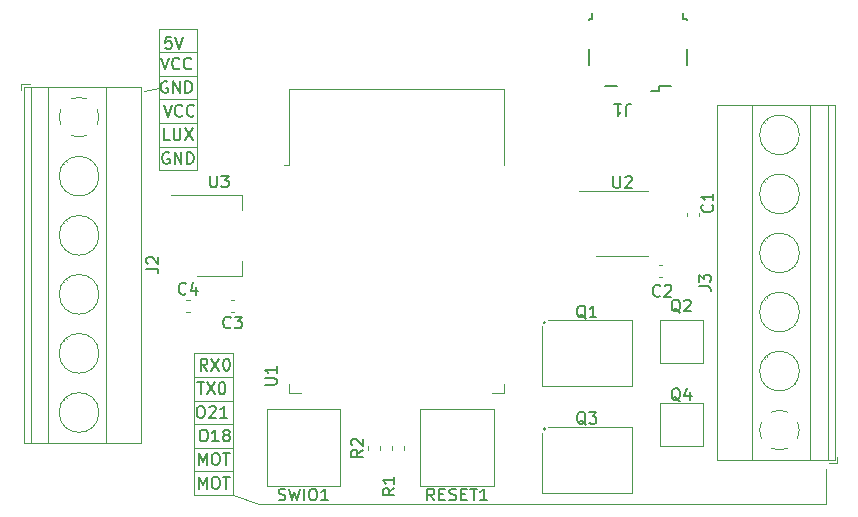
<source format=gbr>
G04 #@! TF.GenerationSoftware,KiCad,Pcbnew,(6.0.9)*
G04 #@! TF.CreationDate,2022-12-21T18:39:15+01:00*
G04 #@! TF.ProjectId,PP,50502e6b-6963-4616-945f-706362585858,rev?*
G04 #@! TF.SameCoordinates,Original*
G04 #@! TF.FileFunction,Legend,Top*
G04 #@! TF.FilePolarity,Positive*
%FSLAX46Y46*%
G04 Gerber Fmt 4.6, Leading zero omitted, Abs format (unit mm)*
G04 Created by KiCad (PCBNEW (6.0.9)) date 2022-12-21 18:39:15*
%MOMM*%
%LPD*%
G01*
G04 APERTURE LIST*
%ADD10C,0.120000*%
%ADD11C,0.150000*%
%ADD12C,0.200000*%
G04 APERTURE END LIST*
D10*
X145250000Y-84750000D02*
X145250000Y-81750000D01*
X97250000Y-84750000D02*
X145250000Y-84750000D01*
X95000000Y-84000000D02*
X97250000Y-84750000D01*
X88750000Y-49500000D02*
X87500000Y-49750000D01*
D11*
X92857142Y-73452380D02*
X92523809Y-72976190D01*
X92285714Y-73452380D02*
X92285714Y-72452380D01*
X92666666Y-72452380D01*
X92761904Y-72500000D01*
X92809523Y-72547619D01*
X92857142Y-72642857D01*
X92857142Y-72785714D01*
X92809523Y-72880952D01*
X92761904Y-72928571D01*
X92666666Y-72976190D01*
X92285714Y-72976190D01*
X93190476Y-72452380D02*
X93857142Y-73452380D01*
X93857142Y-72452380D02*
X93190476Y-73452380D01*
X94428571Y-72452380D02*
X94523809Y-72452380D01*
X94619047Y-72500000D01*
X94666666Y-72547619D01*
X94714285Y-72642857D01*
X94761904Y-72833333D01*
X94761904Y-73071428D01*
X94714285Y-73261904D01*
X94666666Y-73357142D01*
X94619047Y-73404761D01*
X94523809Y-73452380D01*
X94428571Y-73452380D01*
X94333333Y-73404761D01*
X94285714Y-73357142D01*
X94238095Y-73261904D01*
X94190476Y-73071428D01*
X94190476Y-72833333D01*
X94238095Y-72642857D01*
X94285714Y-72547619D01*
X94333333Y-72500000D01*
X94428571Y-72452380D01*
X92011904Y-74452380D02*
X92583333Y-74452380D01*
X92297619Y-75452380D02*
X92297619Y-74452380D01*
X92821428Y-74452380D02*
X93488095Y-75452380D01*
X93488095Y-74452380D02*
X92821428Y-75452380D01*
X94059523Y-74452380D02*
X94154761Y-74452380D01*
X94250000Y-74500000D01*
X94297619Y-74547619D01*
X94345238Y-74642857D01*
X94392857Y-74833333D01*
X94392857Y-75071428D01*
X94345238Y-75261904D01*
X94297619Y-75357142D01*
X94250000Y-75404761D01*
X94154761Y-75452380D01*
X94059523Y-75452380D01*
X93964285Y-75404761D01*
X93916666Y-75357142D01*
X93869047Y-75261904D01*
X93821428Y-75071428D01*
X93821428Y-74833333D01*
X93869047Y-74642857D01*
X93916666Y-74547619D01*
X93964285Y-74500000D01*
X94059523Y-74452380D01*
X92452380Y-78452380D02*
X92642857Y-78452380D01*
X92738095Y-78500000D01*
X92833333Y-78595238D01*
X92880952Y-78785714D01*
X92880952Y-79119047D01*
X92833333Y-79309523D01*
X92738095Y-79404761D01*
X92642857Y-79452380D01*
X92452380Y-79452380D01*
X92357142Y-79404761D01*
X92261904Y-79309523D01*
X92214285Y-79119047D01*
X92214285Y-78785714D01*
X92261904Y-78595238D01*
X92357142Y-78500000D01*
X92452380Y-78452380D01*
X93833333Y-79452380D02*
X93261904Y-79452380D01*
X93547619Y-79452380D02*
X93547619Y-78452380D01*
X93452380Y-78595238D01*
X93357142Y-78690476D01*
X93261904Y-78738095D01*
X94404761Y-78880952D02*
X94309523Y-78833333D01*
X94261904Y-78785714D01*
X94214285Y-78690476D01*
X94214285Y-78642857D01*
X94261904Y-78547619D01*
X94309523Y-78500000D01*
X94404761Y-78452380D01*
X94595238Y-78452380D01*
X94690476Y-78500000D01*
X94738095Y-78547619D01*
X94785714Y-78642857D01*
X94785714Y-78690476D01*
X94738095Y-78785714D01*
X94690476Y-78833333D01*
X94595238Y-78880952D01*
X94404761Y-78880952D01*
X94309523Y-78928571D01*
X94261904Y-78976190D01*
X94214285Y-79071428D01*
X94214285Y-79261904D01*
X94261904Y-79357142D01*
X94309523Y-79404761D01*
X94404761Y-79452380D01*
X94595238Y-79452380D01*
X94690476Y-79404761D01*
X94738095Y-79357142D01*
X94785714Y-79261904D01*
X94785714Y-79071428D01*
X94738095Y-78976190D01*
X94690476Y-78928571D01*
X94595238Y-78880952D01*
X92136904Y-83452380D02*
X92136904Y-82452380D01*
X92470238Y-83166666D01*
X92803571Y-82452380D01*
X92803571Y-83452380D01*
X93470238Y-82452380D02*
X93660714Y-82452380D01*
X93755952Y-82500000D01*
X93851190Y-82595238D01*
X93898809Y-82785714D01*
X93898809Y-83119047D01*
X93851190Y-83309523D01*
X93755952Y-83404761D01*
X93660714Y-83452380D01*
X93470238Y-83452380D01*
X93375000Y-83404761D01*
X93279761Y-83309523D01*
X93232142Y-83119047D01*
X93232142Y-82785714D01*
X93279761Y-82595238D01*
X93375000Y-82500000D01*
X93470238Y-82452380D01*
X94184523Y-82452380D02*
X94755952Y-82452380D01*
X94470238Y-83452380D02*
X94470238Y-82452380D01*
X92202380Y-76452380D02*
X92392857Y-76452380D01*
X92488095Y-76500000D01*
X92583333Y-76595238D01*
X92630952Y-76785714D01*
X92630952Y-77119047D01*
X92583333Y-77309523D01*
X92488095Y-77404761D01*
X92392857Y-77452380D01*
X92202380Y-77452380D01*
X92107142Y-77404761D01*
X92011904Y-77309523D01*
X91964285Y-77119047D01*
X91964285Y-76785714D01*
X92011904Y-76595238D01*
X92107142Y-76500000D01*
X92202380Y-76452380D01*
X93011904Y-76547619D02*
X93059523Y-76500000D01*
X93154761Y-76452380D01*
X93392857Y-76452380D01*
X93488095Y-76500000D01*
X93535714Y-76547619D01*
X93583333Y-76642857D01*
X93583333Y-76738095D01*
X93535714Y-76880952D01*
X92964285Y-77452380D01*
X93583333Y-77452380D01*
X94535714Y-77452380D02*
X93964285Y-77452380D01*
X94250000Y-77452380D02*
X94250000Y-76452380D01*
X94154761Y-76595238D01*
X94059523Y-76690476D01*
X93964285Y-76738095D01*
X92136904Y-81452380D02*
X92136904Y-80452380D01*
X92470238Y-81166666D01*
X92803571Y-80452380D01*
X92803571Y-81452380D01*
X93470238Y-80452380D02*
X93660714Y-80452380D01*
X93755952Y-80500000D01*
X93851190Y-80595238D01*
X93898809Y-80785714D01*
X93898809Y-81119047D01*
X93851190Y-81309523D01*
X93755952Y-81404761D01*
X93660714Y-81452380D01*
X93470238Y-81452380D01*
X93375000Y-81404761D01*
X93279761Y-81309523D01*
X93232142Y-81119047D01*
X93232142Y-80785714D01*
X93279761Y-80595238D01*
X93375000Y-80500000D01*
X93470238Y-80452380D01*
X94184523Y-80452380D02*
X94755952Y-80452380D01*
X94470238Y-81452380D02*
X94470238Y-80452380D01*
D10*
X91750000Y-74000000D02*
X95000000Y-74000000D01*
X95000000Y-74000000D02*
X95000000Y-76000000D01*
X95000000Y-76000000D02*
X91750000Y-76000000D01*
X91750000Y-76000000D02*
X91750000Y-74000000D01*
X91750000Y-82000000D02*
X95000000Y-82000000D01*
X95000000Y-82000000D02*
X95000000Y-84000000D01*
X95000000Y-84000000D02*
X91750000Y-84000000D01*
X91750000Y-84000000D02*
X91750000Y-82000000D01*
X91750000Y-76000000D02*
X95000000Y-76000000D01*
X95000000Y-76000000D02*
X95000000Y-78000000D01*
X95000000Y-78000000D02*
X91750000Y-78000000D01*
X91750000Y-78000000D02*
X91750000Y-76000000D01*
X91750000Y-78000000D02*
X95000000Y-78000000D01*
X95000000Y-78000000D02*
X95000000Y-80000000D01*
X95000000Y-80000000D02*
X91750000Y-80000000D01*
X91750000Y-80000000D02*
X91750000Y-78000000D01*
X91750000Y-80000000D02*
X95000000Y-80000000D01*
X95000000Y-80000000D02*
X95000000Y-82000000D01*
X95000000Y-82000000D02*
X91750000Y-82000000D01*
X91750000Y-82000000D02*
X91750000Y-80000000D01*
X91750000Y-72000000D02*
X95000000Y-72000000D01*
X95000000Y-72000000D02*
X95000000Y-74000000D01*
X95000000Y-74000000D02*
X91750000Y-74000000D01*
X91750000Y-74000000D02*
X91750000Y-72000000D01*
X88750000Y-54500000D02*
X92000000Y-54500000D01*
X92000000Y-54500000D02*
X92000000Y-56500000D01*
X92000000Y-56500000D02*
X88750000Y-56500000D01*
X88750000Y-56500000D02*
X88750000Y-54500000D01*
X88750000Y-52500000D02*
X92000000Y-52500000D01*
X92000000Y-52500000D02*
X92000000Y-54500000D01*
X92000000Y-54500000D02*
X88750000Y-54500000D01*
X88750000Y-54500000D02*
X88750000Y-52500000D01*
X88750000Y-50500000D02*
X92000000Y-50500000D01*
X92000000Y-50500000D02*
X92000000Y-52500000D01*
X92000000Y-52500000D02*
X88750000Y-52500000D01*
X88750000Y-52500000D02*
X88750000Y-50500000D01*
X88750000Y-48500000D02*
X92000000Y-48500000D01*
X92000000Y-48500000D02*
X92000000Y-50500000D01*
X92000000Y-50500000D02*
X88750000Y-50500000D01*
X88750000Y-50500000D02*
X88750000Y-48500000D01*
X88750000Y-46500000D02*
X92000000Y-46500000D01*
X92000000Y-46500000D02*
X92000000Y-48500000D01*
X92000000Y-48500000D02*
X88750000Y-48500000D01*
X88750000Y-48500000D02*
X88750000Y-46500000D01*
X88750000Y-44500000D02*
X92000000Y-44500000D01*
X92000000Y-44500000D02*
X92000000Y-46500000D01*
X92000000Y-46500000D02*
X88750000Y-46500000D01*
X88750000Y-46500000D02*
X88750000Y-44500000D01*
D11*
X89613095Y-55000000D02*
X89517857Y-54952380D01*
X89375000Y-54952380D01*
X89232142Y-55000000D01*
X89136904Y-55095238D01*
X89089285Y-55190476D01*
X89041666Y-55380952D01*
X89041666Y-55523809D01*
X89089285Y-55714285D01*
X89136904Y-55809523D01*
X89232142Y-55904761D01*
X89375000Y-55952380D01*
X89470238Y-55952380D01*
X89613095Y-55904761D01*
X89660714Y-55857142D01*
X89660714Y-55523809D01*
X89470238Y-55523809D01*
X90089285Y-55952380D02*
X90089285Y-54952380D01*
X90660714Y-55952380D01*
X90660714Y-54952380D01*
X91136904Y-55952380D02*
X91136904Y-54952380D01*
X91375000Y-54952380D01*
X91517857Y-55000000D01*
X91613095Y-55095238D01*
X91660714Y-55190476D01*
X91708333Y-55380952D01*
X91708333Y-55523809D01*
X91660714Y-55714285D01*
X91613095Y-55809523D01*
X91517857Y-55904761D01*
X91375000Y-55952380D01*
X91136904Y-55952380D01*
X89684523Y-53952380D02*
X89208333Y-53952380D01*
X89208333Y-52952380D01*
X90017857Y-52952380D02*
X90017857Y-53761904D01*
X90065476Y-53857142D01*
X90113095Y-53904761D01*
X90208333Y-53952380D01*
X90398809Y-53952380D01*
X90494047Y-53904761D01*
X90541666Y-53857142D01*
X90589285Y-53761904D01*
X90589285Y-52952380D01*
X90970238Y-52952380D02*
X91636904Y-53952380D01*
X91636904Y-52952380D02*
X90970238Y-53952380D01*
X89166666Y-50952380D02*
X89500000Y-51952380D01*
X89833333Y-50952380D01*
X90738095Y-51857142D02*
X90690476Y-51904761D01*
X90547619Y-51952380D01*
X90452380Y-51952380D01*
X90309523Y-51904761D01*
X90214285Y-51809523D01*
X90166666Y-51714285D01*
X90119047Y-51523809D01*
X90119047Y-51380952D01*
X90166666Y-51190476D01*
X90214285Y-51095238D01*
X90309523Y-51000000D01*
X90452380Y-50952380D01*
X90547619Y-50952380D01*
X90690476Y-51000000D01*
X90738095Y-51047619D01*
X91738095Y-51857142D02*
X91690476Y-51904761D01*
X91547619Y-51952380D01*
X91452380Y-51952380D01*
X91309523Y-51904761D01*
X91214285Y-51809523D01*
X91166666Y-51714285D01*
X91119047Y-51523809D01*
X91119047Y-51380952D01*
X91166666Y-51190476D01*
X91214285Y-51095238D01*
X91309523Y-51000000D01*
X91452380Y-50952380D01*
X91547619Y-50952380D01*
X91690476Y-51000000D01*
X91738095Y-51047619D01*
X89488095Y-49000000D02*
X89392857Y-48952380D01*
X89250000Y-48952380D01*
X89107142Y-49000000D01*
X89011904Y-49095238D01*
X88964285Y-49190476D01*
X88916666Y-49380952D01*
X88916666Y-49523809D01*
X88964285Y-49714285D01*
X89011904Y-49809523D01*
X89107142Y-49904761D01*
X89250000Y-49952380D01*
X89345238Y-49952380D01*
X89488095Y-49904761D01*
X89535714Y-49857142D01*
X89535714Y-49523809D01*
X89345238Y-49523809D01*
X89964285Y-49952380D02*
X89964285Y-48952380D01*
X90535714Y-49952380D01*
X90535714Y-48952380D01*
X91011904Y-49952380D02*
X91011904Y-48952380D01*
X91250000Y-48952380D01*
X91392857Y-49000000D01*
X91488095Y-49095238D01*
X91535714Y-49190476D01*
X91583333Y-49380952D01*
X91583333Y-49523809D01*
X91535714Y-49714285D01*
X91488095Y-49809523D01*
X91392857Y-49904761D01*
X91250000Y-49952380D01*
X91011904Y-49952380D01*
X88916666Y-46952380D02*
X89250000Y-47952380D01*
X89583333Y-46952380D01*
X90488095Y-47857142D02*
X90440476Y-47904761D01*
X90297619Y-47952380D01*
X90202380Y-47952380D01*
X90059523Y-47904761D01*
X89964285Y-47809523D01*
X89916666Y-47714285D01*
X89869047Y-47523809D01*
X89869047Y-47380952D01*
X89916666Y-47190476D01*
X89964285Y-47095238D01*
X90059523Y-47000000D01*
X90202380Y-46952380D01*
X90297619Y-46952380D01*
X90440476Y-47000000D01*
X90488095Y-47047619D01*
X91488095Y-47857142D02*
X91440476Y-47904761D01*
X91297619Y-47952380D01*
X91202380Y-47952380D01*
X91059523Y-47904761D01*
X90964285Y-47809523D01*
X90916666Y-47714285D01*
X90869047Y-47523809D01*
X90869047Y-47380952D01*
X90916666Y-47190476D01*
X90964285Y-47095238D01*
X91059523Y-47000000D01*
X91202380Y-46952380D01*
X91297619Y-46952380D01*
X91440476Y-47000000D01*
X91488095Y-47047619D01*
X89809523Y-45202380D02*
X89333333Y-45202380D01*
X89285714Y-45678571D01*
X89333333Y-45630952D01*
X89428571Y-45583333D01*
X89666666Y-45583333D01*
X89761904Y-45630952D01*
X89809523Y-45678571D01*
X89857142Y-45773809D01*
X89857142Y-46011904D01*
X89809523Y-46107142D01*
X89761904Y-46154761D01*
X89666666Y-46202380D01*
X89428571Y-46202380D01*
X89333333Y-46154761D01*
X89285714Y-46107142D01*
X90142857Y-45202380D02*
X90476190Y-46202380D01*
X90809523Y-45202380D01*
X93088095Y-56952380D02*
X93088095Y-57761904D01*
X93135714Y-57857142D01*
X93183333Y-57904761D01*
X93278571Y-57952380D01*
X93469047Y-57952380D01*
X93564285Y-57904761D01*
X93611904Y-57857142D01*
X93659523Y-57761904D01*
X93659523Y-56952380D01*
X94040476Y-56952380D02*
X94659523Y-56952380D01*
X94326190Y-57333333D01*
X94469047Y-57333333D01*
X94564285Y-57380952D01*
X94611904Y-57428571D01*
X94659523Y-57523809D01*
X94659523Y-57761904D01*
X94611904Y-57857142D01*
X94564285Y-57904761D01*
X94469047Y-57952380D01*
X94183333Y-57952380D01*
X94088095Y-57904761D01*
X94040476Y-57857142D01*
X127238095Y-57002380D02*
X127238095Y-57811904D01*
X127285714Y-57907142D01*
X127333333Y-57954761D01*
X127428571Y-58002380D01*
X127619047Y-58002380D01*
X127714285Y-57954761D01*
X127761904Y-57907142D01*
X127809523Y-57811904D01*
X127809523Y-57002380D01*
X128238095Y-57097619D02*
X128285714Y-57050000D01*
X128380952Y-57002380D01*
X128619047Y-57002380D01*
X128714285Y-57050000D01*
X128761904Y-57097619D01*
X128809523Y-57192857D01*
X128809523Y-57288095D01*
X128761904Y-57430952D01*
X128190476Y-58002380D01*
X128809523Y-58002380D01*
X132904761Y-76047619D02*
X132809523Y-76000000D01*
X132714285Y-75904761D01*
X132571428Y-75761904D01*
X132476190Y-75714285D01*
X132380952Y-75714285D01*
X132428571Y-75952380D02*
X132333333Y-75904761D01*
X132238095Y-75809523D01*
X132190476Y-75619047D01*
X132190476Y-75285714D01*
X132238095Y-75095238D01*
X132333333Y-75000000D01*
X132428571Y-74952380D01*
X132619047Y-74952380D01*
X132714285Y-75000000D01*
X132809523Y-75095238D01*
X132857142Y-75285714D01*
X132857142Y-75619047D01*
X132809523Y-75809523D01*
X132714285Y-75904761D01*
X132619047Y-75952380D01*
X132428571Y-75952380D01*
X133714285Y-75285714D02*
X133714285Y-75952380D01*
X133476190Y-74904761D02*
X133238095Y-75619047D01*
X133857142Y-75619047D01*
X124904761Y-78047619D02*
X124809523Y-78000000D01*
X124714285Y-77904761D01*
X124571428Y-77761904D01*
X124476190Y-77714285D01*
X124380952Y-77714285D01*
X124428571Y-77952380D02*
X124333333Y-77904761D01*
X124238095Y-77809523D01*
X124190476Y-77619047D01*
X124190476Y-77285714D01*
X124238095Y-77095238D01*
X124333333Y-77000000D01*
X124428571Y-76952380D01*
X124619047Y-76952380D01*
X124714285Y-77000000D01*
X124809523Y-77095238D01*
X124857142Y-77285714D01*
X124857142Y-77619047D01*
X124809523Y-77809523D01*
X124714285Y-77904761D01*
X124619047Y-77952380D01*
X124428571Y-77952380D01*
X125190476Y-76952380D02*
X125809523Y-76952380D01*
X125476190Y-77333333D01*
X125619047Y-77333333D01*
X125714285Y-77380952D01*
X125761904Y-77428571D01*
X125809523Y-77523809D01*
X125809523Y-77761904D01*
X125761904Y-77857142D01*
X125714285Y-77904761D01*
X125619047Y-77952380D01*
X125333333Y-77952380D01*
X125238095Y-77904761D01*
X125190476Y-77857142D01*
X132904761Y-68547619D02*
X132809523Y-68500000D01*
X132714285Y-68404761D01*
X132571428Y-68261904D01*
X132476190Y-68214285D01*
X132380952Y-68214285D01*
X132428571Y-68452380D02*
X132333333Y-68404761D01*
X132238095Y-68309523D01*
X132190476Y-68119047D01*
X132190476Y-67785714D01*
X132238095Y-67595238D01*
X132333333Y-67500000D01*
X132428571Y-67452380D01*
X132619047Y-67452380D01*
X132714285Y-67500000D01*
X132809523Y-67595238D01*
X132857142Y-67785714D01*
X132857142Y-68119047D01*
X132809523Y-68309523D01*
X132714285Y-68404761D01*
X132619047Y-68452380D01*
X132428571Y-68452380D01*
X133238095Y-67547619D02*
X133285714Y-67500000D01*
X133380952Y-67452380D01*
X133619047Y-67452380D01*
X133714285Y-67500000D01*
X133761904Y-67547619D01*
X133809523Y-67642857D01*
X133809523Y-67738095D01*
X133761904Y-67880952D01*
X133190476Y-68452380D01*
X133809523Y-68452380D01*
X124904761Y-69047619D02*
X124809523Y-69000000D01*
X124714285Y-68904761D01*
X124571428Y-68761904D01*
X124476190Y-68714285D01*
X124380952Y-68714285D01*
X124428571Y-68952380D02*
X124333333Y-68904761D01*
X124238095Y-68809523D01*
X124190476Y-68619047D01*
X124190476Y-68285714D01*
X124238095Y-68095238D01*
X124333333Y-68000000D01*
X124428571Y-67952380D01*
X124619047Y-67952380D01*
X124714285Y-68000000D01*
X124809523Y-68095238D01*
X124857142Y-68285714D01*
X124857142Y-68619047D01*
X124809523Y-68809523D01*
X124714285Y-68904761D01*
X124619047Y-68952380D01*
X124428571Y-68952380D01*
X125809523Y-68952380D02*
X125238095Y-68952380D01*
X125523809Y-68952380D02*
X125523809Y-67952380D01*
X125428571Y-68095238D01*
X125333333Y-68190476D01*
X125238095Y-68238095D01*
X128333333Y-51867619D02*
X128333333Y-51153333D01*
X128380952Y-51010476D01*
X128476190Y-50915238D01*
X128619047Y-50867619D01*
X128714285Y-50867619D01*
X127333333Y-50867619D02*
X127904761Y-50867619D01*
X127619047Y-50867619D02*
X127619047Y-51867619D01*
X127714285Y-51724761D01*
X127809523Y-51629523D01*
X127904761Y-51581904D01*
X91058333Y-66927142D02*
X91010714Y-66974761D01*
X90867857Y-67022380D01*
X90772619Y-67022380D01*
X90629761Y-66974761D01*
X90534523Y-66879523D01*
X90486904Y-66784285D01*
X90439285Y-66593809D01*
X90439285Y-66450952D01*
X90486904Y-66260476D01*
X90534523Y-66165238D01*
X90629761Y-66070000D01*
X90772619Y-66022380D01*
X90867857Y-66022380D01*
X91010714Y-66070000D01*
X91058333Y-66117619D01*
X91915476Y-66355714D02*
X91915476Y-67022380D01*
X91677380Y-65974761D02*
X91439285Y-66689047D01*
X92058333Y-66689047D01*
X131198913Y-67107142D02*
X131151294Y-67154761D01*
X131008437Y-67202380D01*
X130913199Y-67202380D01*
X130770341Y-67154761D01*
X130675103Y-67059523D01*
X130627484Y-66964285D01*
X130579865Y-66773809D01*
X130579865Y-66630952D01*
X130627484Y-66440476D01*
X130675103Y-66345238D01*
X130770341Y-66250000D01*
X130913199Y-66202380D01*
X131008437Y-66202380D01*
X131151294Y-66250000D01*
X131198913Y-66297619D01*
X131579865Y-66297619D02*
X131627484Y-66250000D01*
X131722722Y-66202380D01*
X131960818Y-66202380D01*
X132056056Y-66250000D01*
X132103675Y-66297619D01*
X132151294Y-66392857D01*
X132151294Y-66488095D01*
X132103675Y-66630952D01*
X131532246Y-67202380D01*
X132151294Y-67202380D01*
X134497380Y-66333333D02*
X135211666Y-66333333D01*
X135354523Y-66380952D01*
X135449761Y-66476190D01*
X135497380Y-66619047D01*
X135497380Y-66714285D01*
X134497380Y-65952380D02*
X134497380Y-65333333D01*
X134878333Y-65666666D01*
X134878333Y-65523809D01*
X134925952Y-65428571D01*
X134973571Y-65380952D01*
X135068809Y-65333333D01*
X135306904Y-65333333D01*
X135402142Y-65380952D01*
X135449761Y-65428571D01*
X135497380Y-65523809D01*
X135497380Y-65809523D01*
X135449761Y-65904761D01*
X135402142Y-65952380D01*
X87712380Y-64833333D02*
X88426666Y-64833333D01*
X88569523Y-64880952D01*
X88664761Y-64976190D01*
X88712380Y-65119047D01*
X88712380Y-65214285D01*
X87807619Y-64404761D02*
X87760000Y-64357142D01*
X87712380Y-64261904D01*
X87712380Y-64023809D01*
X87760000Y-63928571D01*
X87807619Y-63880952D01*
X87902857Y-63833333D01*
X87998095Y-63833333D01*
X88140952Y-63880952D01*
X88712380Y-64452380D01*
X88712380Y-63833333D01*
X98904761Y-84404761D02*
X99047619Y-84452380D01*
X99285714Y-84452380D01*
X99380952Y-84404761D01*
X99428571Y-84357142D01*
X99476190Y-84261904D01*
X99476190Y-84166666D01*
X99428571Y-84071428D01*
X99380952Y-84023809D01*
X99285714Y-83976190D01*
X99095238Y-83928571D01*
X99000000Y-83880952D01*
X98952380Y-83833333D01*
X98904761Y-83738095D01*
X98904761Y-83642857D01*
X98952380Y-83547619D01*
X99000000Y-83500000D01*
X99095238Y-83452380D01*
X99333333Y-83452380D01*
X99476190Y-83500000D01*
X99809523Y-83452380D02*
X100047619Y-84452380D01*
X100238095Y-83738095D01*
X100428571Y-84452380D01*
X100666666Y-83452380D01*
X101047619Y-84452380D02*
X101047619Y-83452380D01*
X101714285Y-83452380D02*
X101904761Y-83452380D01*
X102000000Y-83500000D01*
X102095238Y-83595238D01*
X102142857Y-83785714D01*
X102142857Y-84119047D01*
X102095238Y-84309523D01*
X102000000Y-84404761D01*
X101904761Y-84452380D01*
X101714285Y-84452380D01*
X101619047Y-84404761D01*
X101523809Y-84309523D01*
X101476190Y-84119047D01*
X101476190Y-83785714D01*
X101523809Y-83595238D01*
X101619047Y-83500000D01*
X101714285Y-83452380D01*
X103095238Y-84452380D02*
X102523809Y-84452380D01*
X102809523Y-84452380D02*
X102809523Y-83452380D01*
X102714285Y-83595238D01*
X102619047Y-83690476D01*
X102523809Y-83738095D01*
X94833333Y-69787142D02*
X94785714Y-69834761D01*
X94642857Y-69882380D01*
X94547619Y-69882380D01*
X94404761Y-69834761D01*
X94309523Y-69739523D01*
X94261904Y-69644285D01*
X94214285Y-69453809D01*
X94214285Y-69310952D01*
X94261904Y-69120476D01*
X94309523Y-69025238D01*
X94404761Y-68930000D01*
X94547619Y-68882380D01*
X94642857Y-68882380D01*
X94785714Y-68930000D01*
X94833333Y-68977619D01*
X95166666Y-68882380D02*
X95785714Y-68882380D01*
X95452380Y-69263333D01*
X95595238Y-69263333D01*
X95690476Y-69310952D01*
X95738095Y-69358571D01*
X95785714Y-69453809D01*
X95785714Y-69691904D01*
X95738095Y-69787142D01*
X95690476Y-69834761D01*
X95595238Y-69882380D01*
X95309523Y-69882380D01*
X95214285Y-69834761D01*
X95166666Y-69787142D01*
X108702380Y-83416666D02*
X108226190Y-83750000D01*
X108702380Y-83988095D02*
X107702380Y-83988095D01*
X107702380Y-83607142D01*
X107750000Y-83511904D01*
X107797619Y-83464285D01*
X107892857Y-83416666D01*
X108035714Y-83416666D01*
X108130952Y-83464285D01*
X108178571Y-83511904D01*
X108226190Y-83607142D01*
X108226190Y-83988095D01*
X108702380Y-82464285D02*
X108702380Y-83035714D01*
X108702380Y-82750000D02*
X107702380Y-82750000D01*
X107845238Y-82845238D01*
X107940476Y-82940476D01*
X107988095Y-83035714D01*
X106022380Y-80166666D02*
X105546190Y-80500000D01*
X106022380Y-80738095D02*
X105022380Y-80738095D01*
X105022380Y-80357142D01*
X105070000Y-80261904D01*
X105117619Y-80214285D01*
X105212857Y-80166666D01*
X105355714Y-80166666D01*
X105450952Y-80214285D01*
X105498571Y-80261904D01*
X105546190Y-80357142D01*
X105546190Y-80738095D01*
X105117619Y-79785714D02*
X105070000Y-79738095D01*
X105022380Y-79642857D01*
X105022380Y-79404761D01*
X105070000Y-79309523D01*
X105117619Y-79261904D01*
X105212857Y-79214285D01*
X105308095Y-79214285D01*
X105450952Y-79261904D01*
X106022380Y-79833333D01*
X106022380Y-79214285D01*
X135607142Y-59416666D02*
X135654761Y-59464285D01*
X135702380Y-59607142D01*
X135702380Y-59702380D01*
X135654761Y-59845238D01*
X135559523Y-59940476D01*
X135464285Y-59988095D01*
X135273809Y-60035714D01*
X135130952Y-60035714D01*
X134940476Y-59988095D01*
X134845238Y-59940476D01*
X134750000Y-59845238D01*
X134702380Y-59702380D01*
X134702380Y-59607142D01*
X134750000Y-59464285D01*
X134797619Y-59416666D01*
X135702380Y-58464285D02*
X135702380Y-59035714D01*
X135702380Y-58750000D02*
X134702380Y-58750000D01*
X134845238Y-58845238D01*
X134940476Y-58940476D01*
X134988095Y-59035714D01*
X112071428Y-84452380D02*
X111738095Y-83976190D01*
X111500000Y-84452380D02*
X111500000Y-83452380D01*
X111880952Y-83452380D01*
X111976190Y-83500000D01*
X112023809Y-83547619D01*
X112071428Y-83642857D01*
X112071428Y-83785714D01*
X112023809Y-83880952D01*
X111976190Y-83928571D01*
X111880952Y-83976190D01*
X111500000Y-83976190D01*
X112500000Y-83928571D02*
X112833333Y-83928571D01*
X112976190Y-84452380D02*
X112500000Y-84452380D01*
X112500000Y-83452380D01*
X112976190Y-83452380D01*
X113357142Y-84404761D02*
X113500000Y-84452380D01*
X113738095Y-84452380D01*
X113833333Y-84404761D01*
X113880952Y-84357142D01*
X113928571Y-84261904D01*
X113928571Y-84166666D01*
X113880952Y-84071428D01*
X113833333Y-84023809D01*
X113738095Y-83976190D01*
X113547619Y-83928571D01*
X113452380Y-83880952D01*
X113404761Y-83833333D01*
X113357142Y-83738095D01*
X113357142Y-83642857D01*
X113404761Y-83547619D01*
X113452380Y-83500000D01*
X113547619Y-83452380D01*
X113785714Y-83452380D01*
X113928571Y-83500000D01*
X114357142Y-83928571D02*
X114690476Y-83928571D01*
X114833333Y-84452380D02*
X114357142Y-84452380D01*
X114357142Y-83452380D01*
X114833333Y-83452380D01*
X115119047Y-83452380D02*
X115690476Y-83452380D01*
X115404761Y-84452380D02*
X115404761Y-83452380D01*
X116547619Y-84452380D02*
X115976190Y-84452380D01*
X116261904Y-84452380D02*
X116261904Y-83452380D01*
X116166666Y-83595238D01*
X116071428Y-83690476D01*
X115976190Y-83738095D01*
X97727380Y-74671904D02*
X98536904Y-74671904D01*
X98632142Y-74624285D01*
X98679761Y-74576666D01*
X98727380Y-74481428D01*
X98727380Y-74290952D01*
X98679761Y-74195714D01*
X98632142Y-74148095D01*
X98536904Y-74100476D01*
X97727380Y-74100476D01*
X98727380Y-73100476D02*
X98727380Y-73671904D01*
X98727380Y-73386190D02*
X97727380Y-73386190D01*
X97870238Y-73481428D01*
X97965476Y-73576666D01*
X98013095Y-73671904D01*
D10*
X89750000Y-58590000D02*
X95760000Y-58590000D01*
X92000000Y-65410000D02*
X95760000Y-65410000D01*
X95760000Y-65410000D02*
X95760000Y-64150000D01*
X95760000Y-58590000D02*
X95760000Y-59850000D01*
X128000000Y-63760000D02*
X125800000Y-63760000D01*
X128000000Y-58240000D02*
X130200000Y-58240000D01*
X128000000Y-63760000D02*
X130200000Y-63760000D01*
X128000000Y-58240000D02*
X124350000Y-58240000D01*
X131200000Y-79800000D02*
X134800000Y-79800000D01*
X131200000Y-76200000D02*
X131200000Y-79800000D01*
X134800000Y-79800000D02*
X134800000Y-76200000D01*
X134800000Y-76200000D02*
X131200000Y-76200000D01*
X121200000Y-83800000D02*
X128800000Y-83800000D01*
X128800000Y-78200000D02*
X121700000Y-78200000D01*
X121200000Y-78700000D02*
X121200000Y-83800000D01*
X128800000Y-83800000D02*
X128800000Y-78200000D01*
D12*
X121463500Y-78400000D02*
G75*
G03*
X121463500Y-78400000I-63500J0D01*
G01*
D10*
X131200000Y-72800000D02*
X134800000Y-72800000D01*
X131200000Y-69200000D02*
X131200000Y-72800000D01*
X134800000Y-72800000D02*
X134800000Y-69200000D01*
X134800000Y-69200000D02*
X131200000Y-69200000D01*
X121200000Y-74800000D02*
X128800000Y-74800000D01*
X128800000Y-69200000D02*
X121700000Y-69200000D01*
X121200000Y-69700000D02*
X121200000Y-74800000D01*
X128800000Y-74800000D02*
X128800000Y-69200000D01*
D12*
X121463500Y-69400000D02*
G75*
G03*
X121463500Y-69400000I-63500J0D01*
G01*
D11*
X125160000Y-43650000D02*
X125160000Y-43800000D01*
X133460000Y-43800000D02*
X133460000Y-43650000D01*
X131110000Y-49350000D02*
X132110000Y-49350000D01*
X133460000Y-47600000D02*
X133460000Y-46200000D01*
X125460000Y-43650000D02*
X125160000Y-43650000D01*
X133160000Y-43650000D02*
X133160000Y-43200000D01*
X125460000Y-43200000D02*
X125460000Y-43650000D01*
X133460000Y-43650000D02*
X133160000Y-43650000D01*
X131110000Y-49775000D02*
X131110000Y-49350000D01*
X125160000Y-46200000D02*
X125160000Y-47600000D01*
X130385000Y-49775000D02*
X131110000Y-49775000D01*
X127510000Y-49350000D02*
X126510000Y-49350000D01*
D10*
X91084420Y-68510000D02*
X91365580Y-68510000D01*
X91084420Y-67490000D02*
X91365580Y-67490000D01*
X131084420Y-65510000D02*
X131365580Y-65510000D01*
X131084420Y-64490000D02*
X131365580Y-64490000D01*
X142985000Y-53500000D02*
G75*
G03*
X142985000Y-53500000I-1680000J0D01*
G01*
X142985000Y-58500000D02*
G75*
G03*
X142985000Y-58500000I-1680000J0D01*
G01*
X142985000Y-63500000D02*
G75*
G03*
X142985000Y-63500000I-1680000J0D01*
G01*
X142985000Y-68500000D02*
G75*
G03*
X142985000Y-68500000I-1680000J0D01*
G01*
X142985000Y-73500000D02*
G75*
G03*
X142985000Y-73500000I-1680000J0D01*
G01*
X141989000Y-76964999D02*
G75*
G03*
X140621958Y-76964573I-684000J-1535001D01*
G01*
X142840000Y-79184000D02*
G75*
G03*
X142985253Y-78471195I-1535001J683999D01*
G01*
X142985000Y-78500000D02*
G75*
G03*
X142839756Y-77816682I-1680000J0D01*
G01*
X140621000Y-80035000D02*
G75*
G03*
X141988042Y-80035427I684001J1534993D01*
G01*
X139770000Y-77816000D02*
G75*
G03*
X139769573Y-79183042I1534993J-684001D01*
G01*
X140236000Y-67225000D02*
X140282000Y-67272000D01*
X140236000Y-57225000D02*
X140282000Y-57272000D01*
X140030000Y-62430000D02*
X140066000Y-62465000D01*
X143905000Y-81060000D02*
X143905000Y-50940000D01*
X142544000Y-74534000D02*
X142579000Y-74569000D01*
X142328000Y-64727000D02*
X142374000Y-64774000D01*
X136044000Y-81060000D02*
X136044000Y-50940000D01*
X145465000Y-81300000D02*
X146205000Y-81300000D01*
X136044000Y-50940000D02*
X145965000Y-50940000D01*
X142328000Y-74727000D02*
X142374000Y-74774000D01*
X142328000Y-69727000D02*
X142374000Y-69774000D01*
X140030000Y-72430000D02*
X140066000Y-72465000D01*
X139004000Y-81060000D02*
X139004000Y-50940000D01*
X142544000Y-54534000D02*
X142579000Y-54569000D01*
X140030000Y-67430000D02*
X140066000Y-67465000D01*
X140236000Y-62225000D02*
X140282000Y-62272000D01*
X140030000Y-52430000D02*
X140066000Y-52465000D01*
X140030000Y-57430000D02*
X140066000Y-57465000D01*
X142544000Y-69534000D02*
X142579000Y-69569000D01*
X146205000Y-81300000D02*
X146205000Y-80800000D01*
X142544000Y-59534000D02*
X142579000Y-59569000D01*
X140236000Y-52225000D02*
X140282000Y-52272000D01*
X145965000Y-81060000D02*
X145965000Y-50940000D01*
X136044000Y-81060000D02*
X145965000Y-81060000D01*
X142544000Y-64534000D02*
X142579000Y-64569000D01*
X142328000Y-59727000D02*
X142374000Y-59774000D01*
X145405000Y-81060000D02*
X145405000Y-50940000D01*
X142328000Y-54727000D02*
X142374000Y-54774000D01*
X140236000Y-72225000D02*
X140282000Y-72272000D01*
X83069000Y-58275000D02*
X83023000Y-58228000D01*
X80977000Y-75773000D02*
X80931000Y-75726000D01*
X77900000Y-49440000D02*
X77900000Y-79560000D01*
X80977000Y-70773000D02*
X80931000Y-70726000D01*
X80761000Y-65966000D02*
X80726000Y-65931000D01*
X87261000Y-49440000D02*
X77340000Y-49440000D01*
X77340000Y-49440000D02*
X77340000Y-79560000D01*
X83069000Y-78275000D02*
X83023000Y-78228000D01*
X80761000Y-70966000D02*
X80726000Y-70931000D01*
X77100000Y-49200000D02*
X77100000Y-49700000D01*
X80761000Y-60966000D02*
X80726000Y-60931000D01*
X83275000Y-73070000D02*
X83239000Y-73035000D01*
X83275000Y-78070000D02*
X83239000Y-78035000D01*
X83069000Y-68275000D02*
X83023000Y-68228000D01*
X83275000Y-63070000D02*
X83239000Y-63035000D01*
X80761000Y-75966000D02*
X80726000Y-75931000D01*
X84301000Y-49440000D02*
X84301000Y-79560000D01*
X83275000Y-58070000D02*
X83239000Y-58035000D01*
X80977000Y-60773000D02*
X80931000Y-60726000D01*
X80977000Y-55773000D02*
X80931000Y-55726000D01*
X87261000Y-79560000D02*
X77340000Y-79560000D01*
X77840000Y-49200000D02*
X77100000Y-49200000D01*
X87261000Y-49440000D02*
X87261000Y-79560000D01*
X80977000Y-65773000D02*
X80931000Y-65726000D01*
X80761000Y-55966000D02*
X80726000Y-55931000D01*
X79400000Y-49440000D02*
X79400000Y-79560000D01*
X83275000Y-68070000D02*
X83239000Y-68035000D01*
X83069000Y-73275000D02*
X83023000Y-73228000D01*
X83069000Y-63275000D02*
X83023000Y-63228000D01*
X83535000Y-52684000D02*
G75*
G03*
X83535427Y-51316958I-1534993J684001D01*
G01*
X82684000Y-50465000D02*
G75*
G03*
X81316958Y-50464573I-684001J-1534993D01*
G01*
X80320000Y-52000000D02*
G75*
G03*
X80465244Y-52683318I1680000J0D01*
G01*
X80465000Y-51316000D02*
G75*
G03*
X80319747Y-52028805I1535001J-683999D01*
G01*
X81316000Y-53535001D02*
G75*
G03*
X82683042Y-53535427I684000J1535001D01*
G01*
X83680000Y-57000000D02*
G75*
G03*
X83680000Y-57000000I-1680000J0D01*
G01*
X83680000Y-62000000D02*
G75*
G03*
X83680000Y-62000000I-1680000J0D01*
G01*
X83680000Y-67000000D02*
G75*
G03*
X83680000Y-67000000I-1680000J0D01*
G01*
X83680000Y-72000000D02*
G75*
G03*
X83680000Y-72000000I-1680000J0D01*
G01*
X83680000Y-77000000D02*
G75*
G03*
X83680000Y-77000000I-1680000J0D01*
G01*
X97900000Y-76750000D02*
X104100000Y-76750000D01*
X104100000Y-76750000D02*
X104100000Y-83250000D01*
X104100000Y-83250000D02*
X97900000Y-83250000D01*
X97900000Y-83250000D02*
X97900000Y-76750000D01*
X95140580Y-67490000D02*
X94859420Y-67490000D01*
X95140580Y-68510000D02*
X94859420Y-68510000D01*
X109510000Y-80140580D02*
X109510000Y-79859420D01*
X108490000Y-80140580D02*
X108490000Y-79859420D01*
X106490000Y-80140580D02*
X106490000Y-79859420D01*
X107510000Y-80140580D02*
X107510000Y-79859420D01*
X133490000Y-60084420D02*
X133490000Y-60365580D01*
X134510000Y-60084420D02*
X134510000Y-60365580D01*
X110900000Y-76750000D02*
X117100000Y-76750000D01*
X117100000Y-76750000D02*
X117100000Y-83250000D01*
X117100000Y-83250000D02*
X110900000Y-83250000D01*
X110900000Y-83250000D02*
X110900000Y-76750000D01*
X99765000Y-74580000D02*
X99765000Y-75360000D01*
X118005000Y-74580000D02*
X118005000Y-75360000D01*
X99765000Y-49620000D02*
X118005000Y-49620000D01*
X99765000Y-56035000D02*
X99385000Y-56035000D01*
X118005000Y-75360000D02*
X117005000Y-75360000D01*
X99765000Y-49620000D02*
X99765000Y-56035000D01*
X118005000Y-49620000D02*
X118005000Y-56035000D01*
X99765000Y-75360000D02*
X100765000Y-75360000D01*
M02*

</source>
